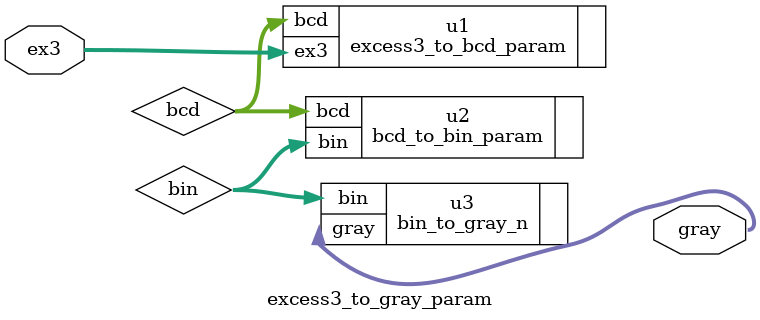
<source format=v>
module excess3_to_gray_param #(
    parameter integer BIN_W  = 16,
    parameter integer DIGITS = 5
)(
    input  wire [DIGITS*4-1:0] ex3,
    output wire [BIN_W-1:0]    gray
);
    wire [DIGITS*4-1:0] bcd;
    wire [BIN_W-1:0]    bin;

    excess3_to_bcd_param #(.DIGITS(DIGITS)) u1 (.ex3(ex3), .bcd(bcd));
    bcd_to_bin_param     #(.BIN_W(BIN_W), .DIGITS(DIGITS)) u2 (.bcd(bcd), .bin(bin));
    bin_to_gray_n        #(.N(BIN_W))      u3 (.bin(bin), .gray(gray));
endmodule

</source>
